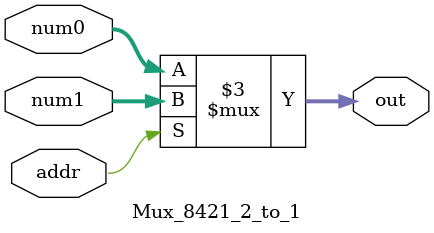
<source format=v>
`timescale 1ns / 1ps

module Mux_8421_2_to_1(
    input wire [3:0] num0,
    input wire [3:0] num1,
    input wire addr,
    output reg [3:0] out
);

always@(*) begin
    if (addr)
        out = num1;
    else
        out = num0;
end

endmodule

</source>
